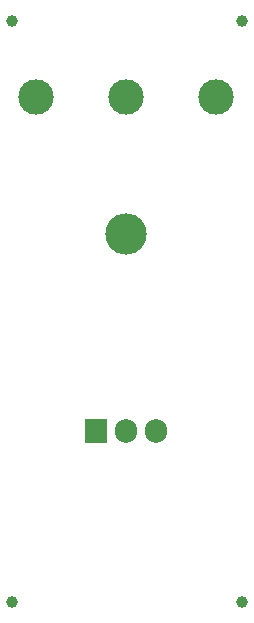
<source format=gbr>
%TF.GenerationSoftware,KiCad,Pcbnew,8.0.0-rc1-51-gba6979a274-dirty*%
%TF.CreationDate,2024-02-05T11:37:42+01:00*%
%TF.ProjectId,Einschaltstrombegrenzung,45696e73-6368-4616-9c74-7374726f6d62,rev?*%
%TF.SameCoordinates,Original*%
%TF.FileFunction,Soldermask,Bot*%
%TF.FilePolarity,Negative*%
%FSLAX46Y46*%
G04 Gerber Fmt 4.6, Leading zero omitted, Abs format (unit mm)*
G04 Created by KiCad (PCBNEW 8.0.0-rc1-51-gba6979a274-dirty) date 2024-02-05 11:37:42*
%MOMM*%
%LPD*%
G01*
G04 APERTURE LIST*
%ADD10C,1.000000*%
%ADD11O,1.905000X2.000000*%
%ADD12R,1.905000X2.000000*%
%ADD13O,3.500000X3.500000*%
%ADD14C,3.000000*%
G04 APERTURE END LIST*
D10*
%TO.C,H4*%
X127500000Y-68500000D03*
%TD*%
%TO.C,H3*%
X147000000Y-68500000D03*
%TD*%
%TO.C,H2*%
X147000000Y-117750000D03*
%TD*%
%TO.C,H1*%
X127500000Y-117750000D03*
%TD*%
D11*
%TO.C,Q1*%
X139700000Y-103210000D03*
X137160000Y-103210000D03*
D12*
X134620000Y-103210000D03*
D13*
X137160000Y-86550000D03*
%TD*%
D14*
%TO.C,J2*%
X129540000Y-74930000D03*
X137160000Y-74930000D03*
X144780000Y-74930000D03*
%TD*%
M02*

</source>
